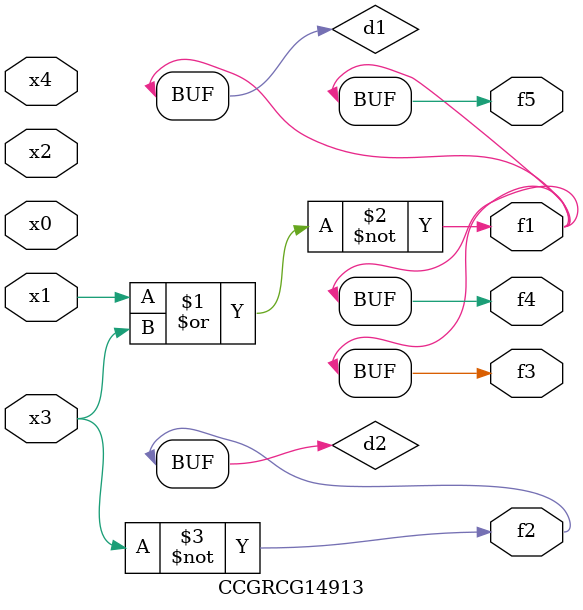
<source format=v>
module CCGRCG14913(
	input x0, x1, x2, x3, x4,
	output f1, f2, f3, f4, f5
);

	wire d1, d2;

	nor (d1, x1, x3);
	not (d2, x3);
	assign f1 = d1;
	assign f2 = d2;
	assign f3 = d1;
	assign f4 = d1;
	assign f5 = d1;
endmodule

</source>
